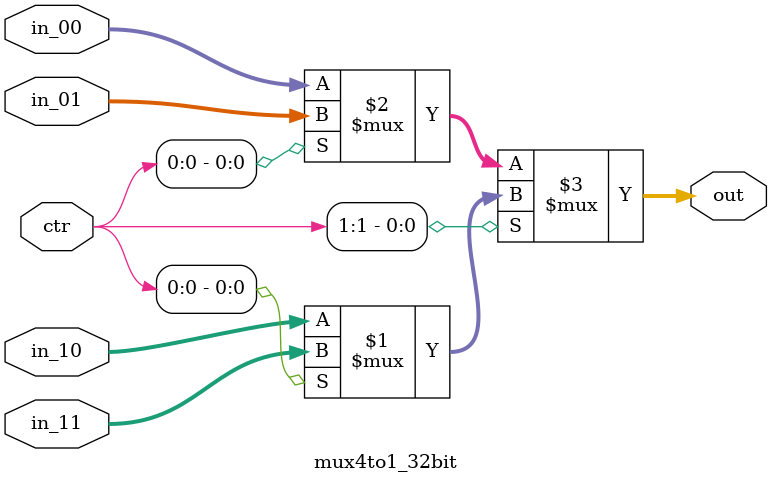
<source format=v>
`timescale 1ns / 1ps
module mux4to1_32bit(
	input wire [31:0] in_00,
	input wire [31:0] in_01,
	input wire [31:0] in_10,
	input wire [31:0] in_11,
	input wire [1:0] ctr,
	output wire [31:0] out
   );

	assign out=(ctr[1])? ((ctr[0])? in_11:in_10):((ctr[0])? in_01:in_00);
endmodule

</source>
